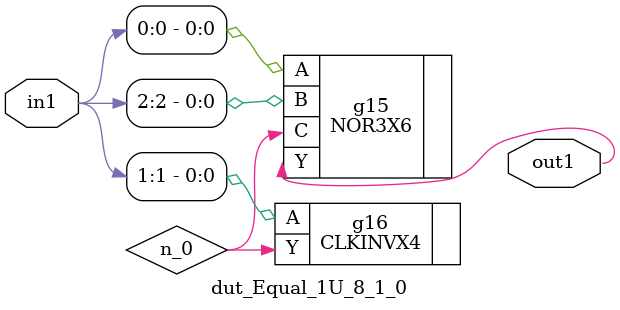
<source format=v>
`timescale 1ps / 1ps


module dut_Equal_1U_8_1_0(in1, out1);
  input [2:0] in1;
  output out1;
  wire [2:0] in1;
  wire out1;
  wire n_0;
  NOR3X6 g15(.A (in1[0]), .B (in1[2]), .C (n_0), .Y (out1));
  CLKINVX4 g16(.A (in1[1]), .Y (n_0));
endmodule



</source>
